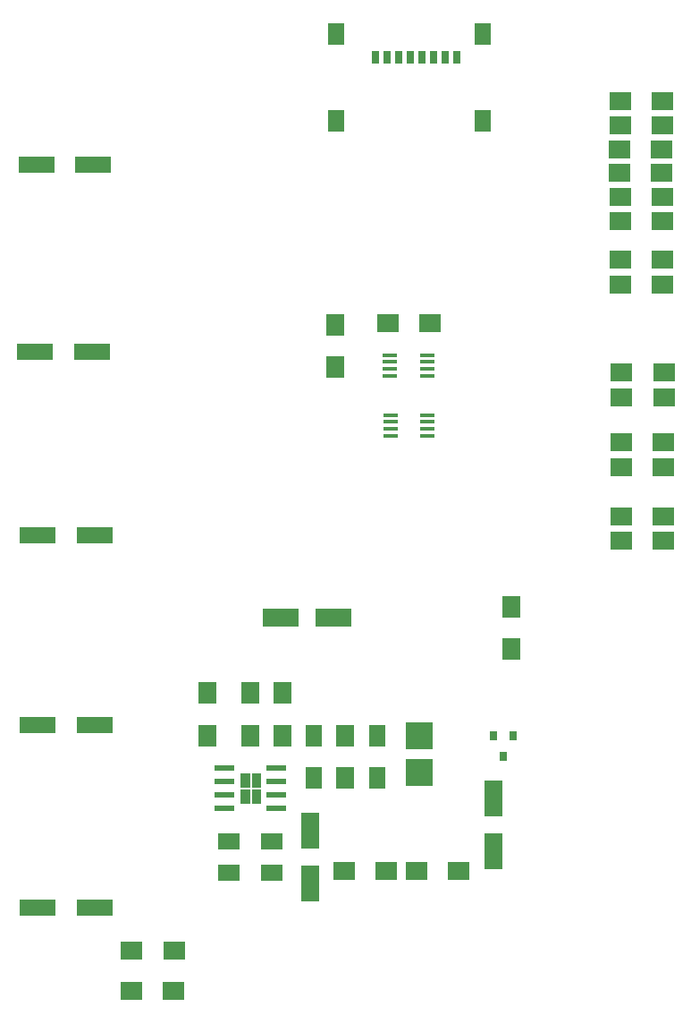
<source format=gbr>
G04 #@! TF.GenerationSoftware,KiCad,Pcbnew,(5.1.5)-3*
G04 #@! TF.CreationDate,2020-01-26T10:54:33+01:00*
G04 #@! TF.ProjectId,ESP32-cnc,45535033-322d-4636-9e63-2e6b69636164,rev?*
G04 #@! TF.SameCoordinates,Original*
G04 #@! TF.FileFunction,Paste,Top*
G04 #@! TF.FilePolarity,Positive*
%FSLAX46Y46*%
G04 Gerber Fmt 4.6, Leading zero omitted, Abs format (unit mm)*
G04 Created by KiCad (PCBNEW (5.1.5)-3) date 2020-01-26 10:54:33*
%MOMM*%
%LPD*%
G04 APERTURE LIST*
%ADD10C,0.010000*%
%ADD11R,2.000000X1.700000*%
%ADD12R,1.420000X0.400000*%
%ADD13R,1.800000X3.500000*%
%ADD14R,3.500000X1.800000*%
%ADD15R,3.500000X1.600000*%
%ADD16R,0.800000X0.900000*%
%ADD17R,1.500000X2.000000*%
%ADD18R,0.800000X1.200000*%
%ADD19R,2.000000X1.600000*%
%ADD20R,1.600000X2.000000*%
%ADD21R,2.500000X2.500000*%
%ADD22R,1.700000X2.000000*%
%ADD23R,1.970000X0.600000*%
G04 APERTURE END LIST*
D10*
G36*
X57864587Y-110375000D02*
G01*
X57065000Y-110375000D01*
X57065000Y-109135413D01*
X57864587Y-109135413D01*
X57864587Y-110375000D01*
G37*
X57864587Y-110375000D02*
X57065000Y-110375000D01*
X57065000Y-109135413D01*
X57864587Y-109135413D01*
X57864587Y-110375000D01*
G36*
X57864791Y-108865000D02*
G01*
X57065000Y-108865000D01*
X57065000Y-107622860D01*
X57864791Y-107622860D01*
X57864791Y-108865000D01*
G37*
X57864791Y-108865000D02*
X57065000Y-108865000D01*
X57065000Y-107622860D01*
X57864791Y-107622860D01*
X57864791Y-108865000D01*
G36*
X58937272Y-108865000D02*
G01*
X58135000Y-108865000D01*
X58135000Y-107621660D01*
X58937272Y-107621660D01*
X58937272Y-108865000D01*
G37*
X58937272Y-108865000D02*
X58135000Y-108865000D01*
X58135000Y-107621660D01*
X58937272Y-107621660D01*
X58937272Y-108865000D01*
G36*
X58937019Y-110375000D02*
G01*
X58135000Y-110375000D01*
X58135000Y-109135291D01*
X58937019Y-109135291D01*
X58937019Y-110375000D01*
G37*
X58937019Y-110375000D02*
X58135000Y-110375000D01*
X58135000Y-109135291D01*
X58937019Y-109135291D01*
X58937019Y-110375000D01*
D11*
X71000000Y-65000000D03*
X75000000Y-65000000D03*
D12*
X71230000Y-69975000D03*
X71230000Y-69325000D03*
X71230000Y-68675000D03*
X71230000Y-68025000D03*
X74770000Y-68025000D03*
X74770000Y-68675000D03*
X74770000Y-69325000D03*
X74770000Y-69975000D03*
D13*
X81000000Y-115000000D03*
X81000000Y-110000000D03*
X63627000Y-113000000D03*
X63627000Y-118000000D03*
D14*
X60833000Y-92837000D03*
X65833000Y-92837000D03*
D15*
X43119000Y-50038000D03*
X37719000Y-50038000D03*
X43246000Y-85090000D03*
X37846000Y-85090000D03*
X43246000Y-120269000D03*
X37846000Y-120269000D03*
X43246000Y-102997000D03*
X37846000Y-102997000D03*
X42992000Y-67691000D03*
X37592000Y-67691000D03*
D11*
X77742800Y-116789200D03*
X73742800Y-116789200D03*
X50768000Y-124333000D03*
X46768000Y-124333000D03*
D16*
X82900000Y-104000000D03*
X81000000Y-104000000D03*
X81950000Y-106000000D03*
D17*
X66110000Y-37700000D03*
X66110000Y-45900000D03*
X80000000Y-45900000D03*
X80000000Y-37700000D03*
D18*
X77530000Y-39900000D03*
X76430000Y-39900000D03*
X75330000Y-39900000D03*
X74230000Y-39900000D03*
X73130000Y-39900000D03*
X72030000Y-39900000D03*
X70930000Y-39900000D03*
X69830000Y-39900000D03*
D11*
X66900000Y-116800000D03*
X70900000Y-116800000D03*
X50736000Y-128143000D03*
X46736000Y-128143000D03*
D12*
X71247000Y-75651000D03*
X71247000Y-75001000D03*
X71247000Y-74351000D03*
X71247000Y-73701000D03*
X74787000Y-73701000D03*
X74787000Y-74351000D03*
X74787000Y-75001000D03*
X74787000Y-75651000D03*
D19*
X56000000Y-117000000D03*
X60000000Y-117000000D03*
X56000000Y-114000000D03*
X60000000Y-114000000D03*
D20*
X64000000Y-104000000D03*
X64000000Y-108000000D03*
X70000000Y-108000000D03*
X70000000Y-104000000D03*
D11*
X97000000Y-59000000D03*
X93000000Y-59000000D03*
X93000000Y-53086000D03*
X97000000Y-53086000D03*
X96977200Y-48564800D03*
X92977200Y-48564800D03*
X93028000Y-44032000D03*
X97028000Y-44032000D03*
X93152400Y-69692400D03*
X97152400Y-69692400D03*
X97101600Y-76286000D03*
X93101600Y-76286000D03*
X93101600Y-83286000D03*
X97101600Y-83286000D03*
D21*
X74000000Y-104000000D03*
X74000000Y-107500000D03*
D11*
X97000000Y-61341000D03*
X93000000Y-61341000D03*
X93000000Y-55372000D03*
X97000000Y-55372000D03*
X96977200Y-50800000D03*
X92977200Y-50800000D03*
X97028000Y-46278800D03*
X93028000Y-46278800D03*
D22*
X53911500Y-104013000D03*
X53911500Y-100013000D03*
D11*
X93152400Y-72009000D03*
X97152400Y-72009000D03*
D22*
X67000000Y-108000000D03*
X67000000Y-104000000D03*
D11*
X97101600Y-78613000D03*
X93101600Y-78613000D03*
D22*
X58000000Y-100000000D03*
X58000000Y-104000000D03*
D11*
X93101600Y-85598000D03*
X97101600Y-85598000D03*
D22*
X61000000Y-100000000D03*
X61000000Y-104000000D03*
X66040000Y-65183000D03*
X66040000Y-69183000D03*
X82677000Y-91821000D03*
X82677000Y-95821000D03*
D23*
X60475000Y-110905000D03*
X60475000Y-109635000D03*
X60475000Y-108365000D03*
X60475000Y-107095000D03*
X55525000Y-107095000D03*
X55525000Y-108365000D03*
X55525000Y-109635000D03*
X55525000Y-110905000D03*
M02*

</source>
